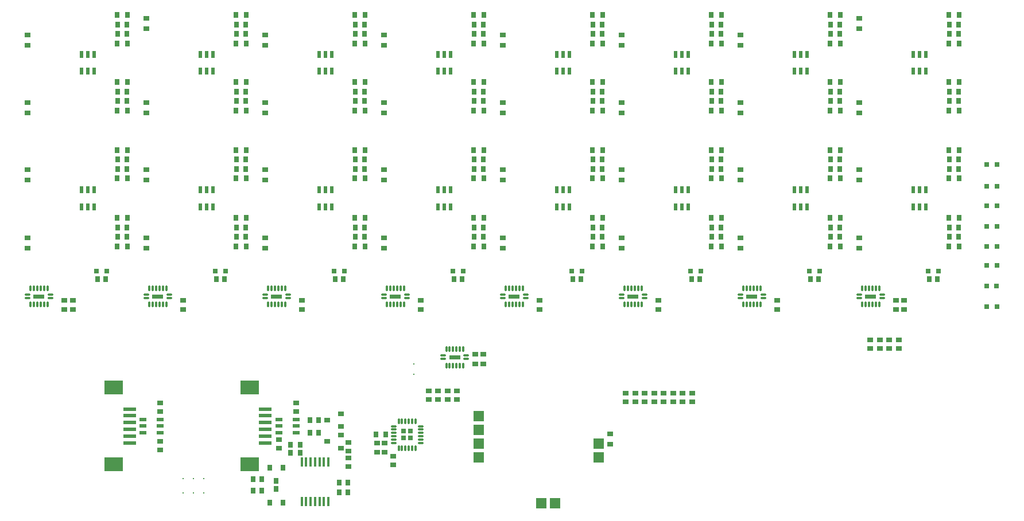
<source format=gtp>
G04*
G04 #@! TF.GenerationSoftware,Altium Limited,Altium Designer,22.9.1 (49)*
G04*
G04 Layer_Color=8421504*
%FSLAX25Y25*%
%MOIN*%
G70*
G04*
G04 #@! TF.SameCoordinates,EA2DCB70-2D32-4E2D-AF08-B15159FC065B*
G04*
G04*
G04 #@! TF.FilePolarity,Positive*
G04*
G01*
G75*
%ADD16R,0.03150X0.03150*%
%ADD17R,0.03150X0.03150*%
%ADD18R,0.07480X0.02362*%
%ADD19R,0.11024X0.08268*%
%ADD20R,0.06000X0.06000*%
%ADD21R,0.06000X0.06000*%
%ADD22R,0.03543X0.02756*%
%ADD23R,0.02953X0.03347*%
%ADD24R,0.03543X0.03150*%
%ADD25R,0.03150X0.03543*%
%ADD26R,0.03347X0.02953*%
%ADD27C,0.00394*%
%ADD28C,0.01181*%
%ADD29R,0.01400X0.05800*%
%ADD30R,0.03150X0.03543*%
G04:AMPARAMS|DCode=31|XSize=10.63mil|YSize=33.47mil|CornerRadius=5.32mil|HoleSize=0mil|Usage=FLASHONLY|Rotation=90.000|XOffset=0mil|YOffset=0mil|HoleType=Round|Shape=RoundedRectangle|*
%AMROUNDEDRECTD31*
21,1,0.01063,0.02284,0,0,90.0*
21,1,0.00000,0.03347,0,0,90.0*
1,1,0.01063,0.01142,0.00000*
1,1,0.01063,0.01142,0.00000*
1,1,0.01063,-0.01142,0.00000*
1,1,0.01063,-0.01142,0.00000*
%
%ADD31ROUNDEDRECTD31*%
G04:AMPARAMS|DCode=32|XSize=33.47mil|YSize=10.63mil|CornerRadius=5.32mil|HoleSize=0mil|Usage=FLASHONLY|Rotation=90.000|XOffset=0mil|YOffset=0mil|HoleType=Round|Shape=RoundedRectangle|*
%AMROUNDEDRECTD32*
21,1,0.03347,0.00000,0,0,90.0*
21,1,0.02284,0.01063,0,0,90.0*
1,1,0.01063,0.00000,0.01142*
1,1,0.01063,0.00000,-0.01142*
1,1,0.01063,0.00000,-0.01142*
1,1,0.01063,0.00000,0.01142*
%
%ADD32ROUNDEDRECTD32*%
%ADD33R,0.04331X0.02362*%
%ADD34O,0.01181X0.03347*%
%ADD35O,0.03347X0.01181*%
%ADD36R,0.02756X0.03543*%
%ADD37R,0.02362X0.04331*%
%ADD38R,0.03543X0.03150*%
G36*
X20004Y131124D02*
X26349D01*
Y128720D01*
X20004D01*
Y131124D01*
D02*
G37*
G36*
X89004D02*
X95349D01*
Y128720D01*
X89004D01*
Y131124D01*
D02*
G37*
G36*
X158004D02*
X164349D01*
Y128720D01*
X158004D01*
Y131124D01*
D02*
G37*
G36*
X227004D02*
X233349D01*
Y128720D01*
X227004D01*
Y131124D01*
D02*
G37*
G36*
X261504Y95691D02*
X267849D01*
Y93287D01*
X261504D01*
Y95691D01*
D02*
G37*
G36*
X296004Y131124D02*
X302349D01*
Y128720D01*
X296004D01*
Y131124D01*
D02*
G37*
G36*
X365004D02*
X371349D01*
Y128720D01*
X365004D01*
Y131124D01*
D02*
G37*
G36*
X434004D02*
X440349D01*
Y128720D01*
X434004D01*
Y131124D01*
D02*
G37*
G36*
X503004D02*
X509349D01*
Y128720D01*
X503004D01*
Y131124D01*
D02*
G37*
D16*
X238977Y51488D02*
D03*
Y47551D02*
D03*
X235040Y51488D02*
D03*
Y47551D02*
D03*
D17*
X573528Y206500D02*
D03*
X579433D02*
D03*
X573528Y194000D02*
D03*
X579433D02*
D03*
X573528Y170500D02*
D03*
X579433D02*
D03*
X573528Y159000D02*
D03*
X579433D02*
D03*
X573528Y124000D02*
D03*
X579433D02*
D03*
X573528Y148000D02*
D03*
X579433D02*
D03*
X573528Y182500D02*
D03*
X579433D02*
D03*
X573480Y136000D02*
D03*
X579386D02*
D03*
X545406Y144491D02*
D03*
X539500D02*
D03*
X62406Y144492D02*
D03*
X56500D02*
D03*
X131406D02*
D03*
X125500D02*
D03*
X200406D02*
D03*
X194500D02*
D03*
X269406D02*
D03*
X263500D02*
D03*
X338406D02*
D03*
X332500D02*
D03*
X407406D02*
D03*
X401500D02*
D03*
X476406D02*
D03*
X470500D02*
D03*
D18*
X75980Y52649D02*
D03*
Y60523D02*
D03*
Y44775D02*
D03*
Y64461D02*
D03*
Y48712D02*
D03*
Y56586D02*
D03*
X154720Y52649D02*
D03*
Y60523D02*
D03*
Y44775D02*
D03*
Y64461D02*
D03*
Y48712D02*
D03*
Y56586D02*
D03*
D19*
X66728Y76862D02*
D03*
Y32374D02*
D03*
X145468Y76862D02*
D03*
Y32374D02*
D03*
D20*
X323000Y9520D02*
D03*
X315000D02*
D03*
D21*
X278606Y36307D02*
D03*
Y44307D02*
D03*
Y52307D02*
D03*
Y60307D02*
D03*
X348394Y44307D02*
D03*
Y36307D02*
D03*
D22*
X355000Y44067D02*
D03*
Y49972D02*
D03*
X430500Y281972D02*
D03*
Y276067D02*
D03*
Y203472D02*
D03*
Y197567D02*
D03*
Y242472D02*
D03*
Y236567D02*
D03*
Y163972D02*
D03*
Y158067D02*
D03*
X223500Y281972D02*
D03*
Y276067D02*
D03*
Y203472D02*
D03*
Y197567D02*
D03*
Y242472D02*
D03*
Y236567D02*
D03*
Y163972D02*
D03*
Y158067D02*
D03*
X16500Y281972D02*
D03*
Y276067D02*
D03*
Y203472D02*
D03*
Y197567D02*
D03*
Y242472D02*
D03*
Y236567D02*
D03*
Y163972D02*
D03*
Y158067D02*
D03*
X499500Y285614D02*
D03*
Y291520D02*
D03*
Y203472D02*
D03*
Y197567D02*
D03*
Y242472D02*
D03*
Y236567D02*
D03*
Y163972D02*
D03*
Y158067D02*
D03*
X361500Y242472D02*
D03*
Y236567D02*
D03*
Y163972D02*
D03*
Y158067D02*
D03*
Y281972D02*
D03*
Y276067D02*
D03*
Y203472D02*
D03*
Y197567D02*
D03*
X292500Y242472D02*
D03*
Y236567D02*
D03*
Y163972D02*
D03*
Y158067D02*
D03*
Y281972D02*
D03*
Y276067D02*
D03*
Y203472D02*
D03*
Y197567D02*
D03*
X154500Y242472D02*
D03*
Y236567D02*
D03*
Y163972D02*
D03*
Y158067D02*
D03*
Y281972D02*
D03*
Y276067D02*
D03*
Y203472D02*
D03*
Y197567D02*
D03*
X85500Y242472D02*
D03*
Y236567D02*
D03*
Y163972D02*
D03*
Y158067D02*
D03*
X85500Y285567D02*
D03*
Y291472D02*
D03*
X85500Y203472D02*
D03*
Y197567D02*
D03*
D23*
X185461Y58020D02*
D03*
X180539D02*
D03*
X185461Y50520D02*
D03*
X180539D02*
D03*
X152461Y17020D02*
D03*
X147539D02*
D03*
X152461Y23520D02*
D03*
X147539D02*
D03*
X57071Y139980D02*
D03*
X61992D02*
D03*
X126071D02*
D03*
X130992D02*
D03*
X195071D02*
D03*
X199992D02*
D03*
X264071D02*
D03*
X268992D02*
D03*
X333071D02*
D03*
X337992D02*
D03*
X402071D02*
D03*
X406992D02*
D03*
X471071D02*
D03*
X475992D02*
D03*
X540071Y139979D02*
D03*
X544992D02*
D03*
X202461Y16020D02*
D03*
X197539D02*
D03*
X202461Y21520D02*
D03*
X197539D02*
D03*
D24*
X198437Y54279D02*
D03*
Y61760D02*
D03*
X190563Y58020D02*
D03*
X198437Y41779D02*
D03*
Y49260D02*
D03*
X190563Y45520D02*
D03*
D25*
X164740Y30394D02*
D03*
X157260D02*
D03*
X161000Y22520D02*
D03*
X157260Y10083D02*
D03*
X164740D02*
D03*
X161000Y17957D02*
D03*
D26*
X506000Y99559D02*
D03*
Y104480D02*
D03*
X522500Y99559D02*
D03*
Y104480D02*
D03*
X517000Y99559D02*
D03*
Y104480D02*
D03*
X511500Y99559D02*
D03*
Y104480D02*
D03*
X266000Y70059D02*
D03*
Y74980D02*
D03*
X260500Y70020D02*
D03*
Y74941D02*
D03*
X364000Y73480D02*
D03*
Y68559D02*
D03*
X369500Y73480D02*
D03*
Y68559D02*
D03*
X375000Y73480D02*
D03*
Y68559D02*
D03*
X380500Y73480D02*
D03*
Y68559D02*
D03*
X386000Y73480D02*
D03*
Y68559D02*
D03*
X391500Y73480D02*
D03*
Y68559D02*
D03*
X397000Y73480D02*
D03*
Y68559D02*
D03*
X402500Y73480D02*
D03*
Y68559D02*
D03*
X93500Y45480D02*
D03*
Y40559D02*
D03*
X162500Y46480D02*
D03*
Y41559D02*
D03*
X93500Y63059D02*
D03*
Y67980D02*
D03*
X172500Y63059D02*
D03*
Y67980D02*
D03*
X229000Y36941D02*
D03*
Y32020D02*
D03*
X255000Y70059D02*
D03*
Y74980D02*
D03*
X249500Y70059D02*
D03*
Y74980D02*
D03*
X203000Y40059D02*
D03*
Y44980D02*
D03*
Y35980D02*
D03*
Y31059D02*
D03*
D27*
X113020Y21243D02*
D03*
X112980Y18296D02*
D03*
X119020Y21243D02*
D03*
X118980Y18296D02*
D03*
X106980D02*
D03*
X107020Y21243D02*
D03*
X241020Y81743D02*
D03*
X241000Y93520D02*
D03*
D28*
X113000Y24020D02*
D03*
Y15520D02*
D03*
X119000Y24020D02*
D03*
Y15520D02*
D03*
X107000D02*
D03*
Y24020D02*
D03*
X241000Y84520D02*
D03*
X241020Y90743D02*
D03*
D29*
X175800Y10520D02*
D03*
X178400D02*
D03*
X180900D02*
D03*
X183500D02*
D03*
X186100D02*
D03*
X188600D02*
D03*
X191200D02*
D03*
Y33520D02*
D03*
X188600D02*
D03*
X186100D02*
D03*
X183500D02*
D03*
X180900D02*
D03*
X178400D02*
D03*
X175800D02*
D03*
D30*
X169244Y39020D02*
D03*
X174756D02*
D03*
X169244Y43520D02*
D03*
X174756D02*
D03*
X482744Y288020D02*
D03*
X488256D02*
D03*
X482744Y243520D02*
D03*
X488256D02*
D03*
X482744Y209520D02*
D03*
X488256D02*
D03*
X482744Y164520D02*
D03*
X488256D02*
D03*
X488256Y282520D02*
D03*
X482744D02*
D03*
X488256Y249020D02*
D03*
X482744D02*
D03*
X488256Y204020D02*
D03*
X482744D02*
D03*
X488256Y170020D02*
D03*
X482744D02*
D03*
X275744Y288020D02*
D03*
X281256D02*
D03*
X275744Y243520D02*
D03*
X281256D02*
D03*
X275744Y209520D02*
D03*
X281256D02*
D03*
X275744Y164520D02*
D03*
X281256D02*
D03*
X281256Y282520D02*
D03*
X275744D02*
D03*
X281256Y249020D02*
D03*
X275744D02*
D03*
X281256Y204020D02*
D03*
X275744D02*
D03*
X281256Y170020D02*
D03*
X275744D02*
D03*
X68744Y288020D02*
D03*
X74256D02*
D03*
X68744Y243520D02*
D03*
X74256D02*
D03*
X68744Y209520D02*
D03*
X74256D02*
D03*
X68744Y164520D02*
D03*
X74256D02*
D03*
X74256Y282520D02*
D03*
X68744D02*
D03*
X74256Y249020D02*
D03*
X68744D02*
D03*
X74256Y204020D02*
D03*
X68744D02*
D03*
X74256Y170020D02*
D03*
X68744D02*
D03*
X551744Y288020D02*
D03*
X557256D02*
D03*
X551744Y243520D02*
D03*
X557256D02*
D03*
X551744Y209520D02*
D03*
X557256D02*
D03*
X551744Y164520D02*
D03*
X557256D02*
D03*
Y282520D02*
D03*
X551744D02*
D03*
X557256Y249020D02*
D03*
X551744D02*
D03*
X557256Y204020D02*
D03*
X551744D02*
D03*
X557256Y170020D02*
D03*
X551744D02*
D03*
X218988Y49520D02*
D03*
X224500D02*
D03*
X419256Y282520D02*
D03*
X413744D02*
D03*
X419256Y249020D02*
D03*
X413744D02*
D03*
X419256Y204020D02*
D03*
X413744D02*
D03*
X419256Y170020D02*
D03*
X413744D02*
D03*
X413744Y288020D02*
D03*
X419256D02*
D03*
X413744Y243520D02*
D03*
X419256D02*
D03*
X413744Y209520D02*
D03*
X419256D02*
D03*
X413744Y164520D02*
D03*
X419256D02*
D03*
X350256Y282520D02*
D03*
X344744D02*
D03*
X350256Y249020D02*
D03*
X344744D02*
D03*
X350256Y204020D02*
D03*
X344744D02*
D03*
X350256Y170020D02*
D03*
X344744D02*
D03*
X344744Y288020D02*
D03*
X350256D02*
D03*
X344744Y243520D02*
D03*
X350256D02*
D03*
X344744Y209520D02*
D03*
X350256D02*
D03*
X344744Y164520D02*
D03*
X350256D02*
D03*
X212256Y282520D02*
D03*
X206744D02*
D03*
X212256Y249020D02*
D03*
X206744D02*
D03*
X212256Y204020D02*
D03*
X206744D02*
D03*
X212256Y170020D02*
D03*
X206744D02*
D03*
X206744Y288020D02*
D03*
X212256D02*
D03*
X206744Y243520D02*
D03*
X212256D02*
D03*
X206744Y209520D02*
D03*
X212256D02*
D03*
X206744Y164520D02*
D03*
X212256D02*
D03*
X143256Y282520D02*
D03*
X137744D02*
D03*
X143256Y249020D02*
D03*
X137744D02*
D03*
X143256Y204020D02*
D03*
X137744D02*
D03*
X143256Y170020D02*
D03*
X137744D02*
D03*
X137744Y288020D02*
D03*
X143256D02*
D03*
X137744Y243520D02*
D03*
X143256D02*
D03*
X137744Y209520D02*
D03*
X143256D02*
D03*
X137744Y164520D02*
D03*
X143256D02*
D03*
D31*
X229224Y44598D02*
D03*
Y46567D02*
D03*
Y48535D02*
D03*
Y50504D02*
D03*
Y52472D02*
D03*
Y54441D02*
D03*
X244776D02*
D03*
Y52472D02*
D03*
Y50504D02*
D03*
Y48535D02*
D03*
Y46567D02*
D03*
Y44598D02*
D03*
D32*
X232079Y57295D02*
D03*
X234047D02*
D03*
X236016D02*
D03*
X237984D02*
D03*
X239953D02*
D03*
X241921D02*
D03*
Y41744D02*
D03*
X239953D02*
D03*
X237984D02*
D03*
X236016D02*
D03*
X234047D02*
D03*
X232079D02*
D03*
D33*
X83579Y58260D02*
D03*
Y54520D02*
D03*
Y50779D02*
D03*
X93421D02*
D03*
Y54520D02*
D03*
Y58260D02*
D03*
X162579Y58260D02*
D03*
Y54520D02*
D03*
Y50779D02*
D03*
X172421D02*
D03*
Y54520D02*
D03*
Y58260D02*
D03*
D34*
X442095Y134645D02*
D03*
X440126D02*
D03*
X438158D02*
D03*
X436189D02*
D03*
X434221D02*
D03*
X432252D02*
D03*
Y125197D02*
D03*
X434221D02*
D03*
X436189D02*
D03*
X438158D02*
D03*
X440126D02*
D03*
X442095D02*
D03*
X511094Y134646D02*
D03*
X509126D02*
D03*
X507157D02*
D03*
X505189D02*
D03*
X503220D02*
D03*
X501252D02*
D03*
Y125197D02*
D03*
X503220D02*
D03*
X505189D02*
D03*
X507157D02*
D03*
X509126D02*
D03*
X511094D02*
D03*
X235094Y134646D02*
D03*
X233126D02*
D03*
X231157D02*
D03*
X229189D02*
D03*
X227220D02*
D03*
X225252D02*
D03*
Y125197D02*
D03*
X227220D02*
D03*
X229189D02*
D03*
X231157D02*
D03*
X233126D02*
D03*
X235094D02*
D03*
X304094Y134646D02*
D03*
X302126D02*
D03*
X300157D02*
D03*
X298189D02*
D03*
X296220D02*
D03*
X294252D02*
D03*
Y125197D02*
D03*
X296220D02*
D03*
X298189D02*
D03*
X300157D02*
D03*
X302126D02*
D03*
X304094D02*
D03*
X28095Y134646D02*
D03*
X26126D02*
D03*
X24158D02*
D03*
X22189D02*
D03*
X20221D02*
D03*
X18252D02*
D03*
Y125197D02*
D03*
X20221D02*
D03*
X22189D02*
D03*
X24158D02*
D03*
X26126D02*
D03*
X28095D02*
D03*
X373095Y134645D02*
D03*
X371126D02*
D03*
X369158D02*
D03*
X367189D02*
D03*
X365220D02*
D03*
X363252D02*
D03*
Y125197D02*
D03*
X365220D02*
D03*
X367189D02*
D03*
X369158D02*
D03*
X371126D02*
D03*
X373095D02*
D03*
X97095Y134646D02*
D03*
X95126D02*
D03*
X93158D02*
D03*
X91189D02*
D03*
X89220D02*
D03*
X87252D02*
D03*
Y125197D02*
D03*
X89220D02*
D03*
X91189D02*
D03*
X93158D02*
D03*
X95126D02*
D03*
X97095D02*
D03*
X166094Y134646D02*
D03*
X164126D02*
D03*
X162157D02*
D03*
X160189D02*
D03*
X158220D02*
D03*
X156252D02*
D03*
Y125197D02*
D03*
X158220D02*
D03*
X160189D02*
D03*
X162157D02*
D03*
X164126D02*
D03*
X166094D02*
D03*
X269595Y99212D02*
D03*
X267626D02*
D03*
X265657D02*
D03*
X263689D02*
D03*
X261720D02*
D03*
X259752D02*
D03*
Y89764D02*
D03*
X261720D02*
D03*
X263689D02*
D03*
X265657D02*
D03*
X267626D02*
D03*
X269595D02*
D03*
D35*
X430480Y130905D02*
D03*
Y128937D02*
D03*
X443866D02*
D03*
Y130905D02*
D03*
X499480Y130905D02*
D03*
Y128937D02*
D03*
X512866D02*
D03*
Y130905D02*
D03*
X223480Y130905D02*
D03*
Y128937D02*
D03*
X236866D02*
D03*
Y130905D02*
D03*
X292480D02*
D03*
Y128937D02*
D03*
X305866D02*
D03*
Y130905D02*
D03*
X16480Y130905D02*
D03*
Y128937D02*
D03*
X29866D02*
D03*
Y130905D02*
D03*
X361480Y130905D02*
D03*
Y128937D02*
D03*
X374866D02*
D03*
Y130905D02*
D03*
X85480Y130905D02*
D03*
Y128937D02*
D03*
X98866D02*
D03*
Y130905D02*
D03*
X154480Y130905D02*
D03*
Y128937D02*
D03*
X167866D02*
D03*
Y130905D02*
D03*
X257980Y95472D02*
D03*
Y93504D02*
D03*
X271366D02*
D03*
Y95472D02*
D03*
D36*
X488453Y293520D02*
D03*
X482547D02*
D03*
X488453Y215020D02*
D03*
X482547D02*
D03*
X488453Y238020D02*
D03*
X482547D02*
D03*
X488453Y159020D02*
D03*
X482547D02*
D03*
X488453Y277020D02*
D03*
X482547D02*
D03*
X488453Y198520D02*
D03*
X482547D02*
D03*
X488453Y254520D02*
D03*
X482547D02*
D03*
X488453Y175520D02*
D03*
X482547D02*
D03*
X281453Y293520D02*
D03*
X275547D02*
D03*
X281453Y215020D02*
D03*
X275547D02*
D03*
X281453Y238020D02*
D03*
X275547D02*
D03*
X281453Y159020D02*
D03*
X275547D02*
D03*
X281453Y277020D02*
D03*
X275547D02*
D03*
X281453Y198520D02*
D03*
X275547D02*
D03*
X281453Y254520D02*
D03*
X275547D02*
D03*
X281453Y175520D02*
D03*
X275547D02*
D03*
X74453Y293520D02*
D03*
X68547D02*
D03*
X74453Y215020D02*
D03*
X68547D02*
D03*
X74453Y238020D02*
D03*
X68547D02*
D03*
X74453Y159020D02*
D03*
X68547D02*
D03*
X74453Y277020D02*
D03*
X68547D02*
D03*
X74453Y198520D02*
D03*
X68547D02*
D03*
X74453Y254520D02*
D03*
X68547D02*
D03*
X74453Y175520D02*
D03*
X68547D02*
D03*
X557453Y293520D02*
D03*
X551547D02*
D03*
X557453Y215020D02*
D03*
X551547D02*
D03*
X557453Y238020D02*
D03*
X551547D02*
D03*
X557453Y159020D02*
D03*
X551547D02*
D03*
X557453Y277020D02*
D03*
X551547D02*
D03*
X557453Y198520D02*
D03*
X551547D02*
D03*
X557453Y254520D02*
D03*
X551547D02*
D03*
X557453Y175520D02*
D03*
X551547D02*
D03*
X419453Y254520D02*
D03*
X413547D02*
D03*
X419453Y175520D02*
D03*
X413547D02*
D03*
X419453Y277020D02*
D03*
X413547D02*
D03*
X419453Y198520D02*
D03*
X413547D02*
D03*
X419453Y238020D02*
D03*
X413547D02*
D03*
X419453Y159020D02*
D03*
X413547D02*
D03*
X419453Y293520D02*
D03*
X413547D02*
D03*
X419453Y215020D02*
D03*
X413547D02*
D03*
X350453Y254520D02*
D03*
X344547D02*
D03*
X350453Y175520D02*
D03*
X344547D02*
D03*
X350453Y277020D02*
D03*
X344547D02*
D03*
X350453Y198520D02*
D03*
X344547D02*
D03*
X350453Y238020D02*
D03*
X344547D02*
D03*
X350453Y159020D02*
D03*
X344547D02*
D03*
X350453Y293520D02*
D03*
X344547D02*
D03*
X350453Y215020D02*
D03*
X344547D02*
D03*
X212453Y254520D02*
D03*
X206547D02*
D03*
X212453Y175520D02*
D03*
X206547D02*
D03*
X212453Y277020D02*
D03*
X206547D02*
D03*
X212453Y198520D02*
D03*
X206547D02*
D03*
X212453Y238020D02*
D03*
X206547D02*
D03*
X212453Y159020D02*
D03*
X206547D02*
D03*
X212453Y293520D02*
D03*
X206547D02*
D03*
X212453Y215020D02*
D03*
X206547D02*
D03*
X143453Y254520D02*
D03*
X137547D02*
D03*
X143453Y175520D02*
D03*
X137547D02*
D03*
X143453Y277020D02*
D03*
X137547D02*
D03*
X143453Y198520D02*
D03*
X137547D02*
D03*
X143453Y238020D02*
D03*
X137547D02*
D03*
X143453Y159020D02*
D03*
X137547D02*
D03*
X143453Y293520D02*
D03*
X137547D02*
D03*
X143453Y215020D02*
D03*
X137547D02*
D03*
D37*
X461779Y260827D02*
D03*
X465520D02*
D03*
X469260D02*
D03*
Y270669D02*
D03*
X465520D02*
D03*
X461779D02*
D03*
Y182087D02*
D03*
X465520D02*
D03*
X469260D02*
D03*
Y191929D02*
D03*
X465520D02*
D03*
X461779D02*
D03*
X254780Y260827D02*
D03*
X258520D02*
D03*
X262260D02*
D03*
Y270669D02*
D03*
X258520D02*
D03*
X254780D02*
D03*
Y182087D02*
D03*
X258520D02*
D03*
X262260D02*
D03*
Y191929D02*
D03*
X258520D02*
D03*
X254780D02*
D03*
X47780Y260827D02*
D03*
X51520D02*
D03*
X55260D02*
D03*
Y270669D02*
D03*
X51520D02*
D03*
X47780D02*
D03*
Y182087D02*
D03*
X51520D02*
D03*
X55260D02*
D03*
Y191929D02*
D03*
X51520D02*
D03*
X47780D02*
D03*
X530780Y260827D02*
D03*
X534520D02*
D03*
X538260D02*
D03*
Y270669D02*
D03*
X534520D02*
D03*
X530780D02*
D03*
Y182087D02*
D03*
X534520D02*
D03*
X538260D02*
D03*
Y191929D02*
D03*
X534520D02*
D03*
X530780D02*
D03*
X392780Y260827D02*
D03*
X396520D02*
D03*
X400260D02*
D03*
Y270669D02*
D03*
X396520D02*
D03*
X392780D02*
D03*
Y182087D02*
D03*
X396520D02*
D03*
X400260D02*
D03*
Y191929D02*
D03*
X396520D02*
D03*
X392780D02*
D03*
X323780Y260827D02*
D03*
X327520D02*
D03*
X331260D02*
D03*
Y270669D02*
D03*
X327520D02*
D03*
X323780D02*
D03*
Y182087D02*
D03*
X327520D02*
D03*
X331260D02*
D03*
Y191929D02*
D03*
X327520D02*
D03*
X323780D02*
D03*
X185780Y260827D02*
D03*
X189520D02*
D03*
X193260D02*
D03*
Y270669D02*
D03*
X189520D02*
D03*
X185780D02*
D03*
Y182087D02*
D03*
X189520D02*
D03*
X193260D02*
D03*
Y191929D02*
D03*
X189520D02*
D03*
X185780D02*
D03*
X116780Y260827D02*
D03*
X120520D02*
D03*
X124260D02*
D03*
Y270669D02*
D03*
X120520D02*
D03*
X116780D02*
D03*
Y182087D02*
D03*
X120520D02*
D03*
X124260D02*
D03*
Y191929D02*
D03*
X120520D02*
D03*
X116780D02*
D03*
D38*
X219500Y39264D02*
D03*
Y44776D02*
D03*
X224000Y39264D02*
D03*
Y44776D02*
D03*
X281280Y96275D02*
D03*
Y90764D02*
D03*
X276500Y96260D02*
D03*
Y90748D02*
D03*
X525500Y122264D02*
D03*
Y127776D02*
D03*
X43000Y122264D02*
D03*
Y127776D02*
D03*
X245000Y122264D02*
D03*
Y127776D02*
D03*
X521000Y122264D02*
D03*
Y127776D02*
D03*
X314000Y122264D02*
D03*
Y127776D02*
D03*
X38000Y122264D02*
D03*
Y127776D02*
D03*
X383000Y122264D02*
D03*
Y127776D02*
D03*
X107000Y122264D02*
D03*
Y127776D02*
D03*
X452000Y122264D02*
D03*
Y127776D02*
D03*
X176000Y122264D02*
D03*
Y127776D02*
D03*
M02*

</source>
